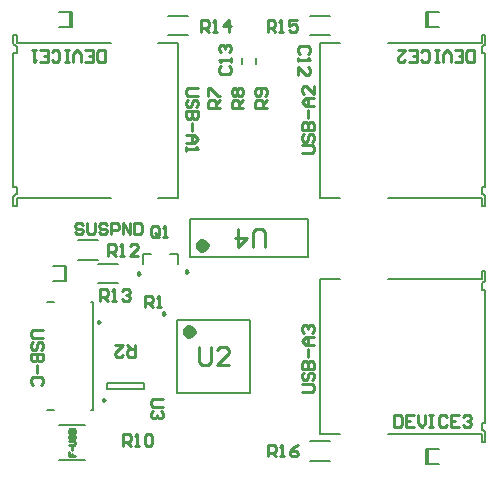
<source format=gto>
G04*
G04 #@! TF.GenerationSoftware,Altium Limited,Altium Designer,21.0.9 (235)*
G04*
G04 Layer_Color=65535*
%FSLAX25Y25*%
%MOIN*%
G70*
G04*
G04 #@! TF.SameCoordinates,DF5498ED-4C10-4E6D-B319-6E78A4A4F47C*
G04*
G04*
G04 #@! TF.FilePolarity,Positive*
G04*
G01*
G75*
%ADD10C,0.00984*%
%ADD11C,0.02362*%
%ADD12C,0.00787*%
%ADD13C,0.01000*%
%ADD14R,0.00803X0.05118*%
D10*
X30709Y24803D02*
X29970Y25229D01*
Y24377D01*
X30709Y24803D01*
X42224Y66929D02*
X41486Y67355D01*
Y66503D01*
X42224Y66929D01*
X58287Y67618D02*
X57549Y68044D01*
Y67192D01*
X58287Y67618D01*
X50787Y53642D02*
X50049Y54068D01*
Y53215D01*
X50787Y53642D01*
X29114Y50886D02*
X28376Y51312D01*
Y50460D01*
X29114Y50886D01*
D11*
X64173Y76378D02*
X63728Y77301D01*
X62729Y77529D01*
X61928Y76890D01*
Y75866D01*
X62729Y75226D01*
X63728Y75454D01*
X64173Y76378D01*
X59842Y47638D02*
X59398Y48561D01*
X58399Y48789D01*
X57597Y48150D01*
Y47125D01*
X58399Y46486D01*
X59398Y46714D01*
X59842Y47638D01*
D12*
X1Y143937D02*
X332Y143077D01*
X1181Y142717D01*
Y93504D02*
X332Y93144D01*
X1Y92283D01*
X157480D02*
X157148Y93144D01*
X156299Y93504D01*
Y142717D02*
X157148Y143077D01*
X157480Y143937D01*
Y13543D02*
X157148Y14404D01*
X156299Y14764D01*
Y63976D02*
X157148Y64336D01*
X157480Y65197D01*
X81115Y136823D02*
Y138767D01*
X76366Y136823D02*
Y138767D01*
X31299Y28543D02*
Y30512D01*
X43504Y28543D02*
Y30512D01*
X31299Y28543D02*
X43504D01*
X31299Y30512D02*
X43504D01*
X52362Y73425D02*
X54961D01*
Y70217D02*
Y73425D01*
X43465D02*
X46063D01*
X43465Y70217D02*
Y73425D01*
X28248Y70177D02*
X34941D01*
X28248Y63681D02*
X34941D01*
X21555Y78051D02*
X28248D01*
X21555Y71555D02*
X28248D01*
X17717Y64370D02*
Y69488D01*
X13386D02*
X17717D01*
X13386Y64370D02*
X17717D01*
X99016Y146358D02*
X105709D01*
X99016Y152854D02*
X105709D01*
X137795Y154134D02*
X142126D01*
X137795Y149016D02*
X142126D01*
X137795D02*
Y154134D01*
X51772Y152854D02*
X58465D01*
X51772Y146358D02*
X58465D01*
X15354Y149016D02*
X19685D01*
X15354Y154134D02*
X19685D01*
Y149016D02*
Y154134D01*
X99016Y4626D02*
X105709D01*
X99016Y11122D02*
X105709D01*
X137795Y8465D02*
X142126D01*
X137795Y3347D02*
X142126D01*
X137795D02*
Y8465D01*
X98425Y72441D02*
Y85039D01*
X59055Y72441D02*
Y85039D01*
X98425D01*
X59055Y72441D02*
X98425D01*
X15374Y4843D02*
X23996D01*
X15374Y16417D02*
X23996D01*
X54724Y27165D02*
X79134D01*
X54724Y51575D02*
X79134D01*
Y27165D02*
Y51575D01*
X54724Y27165D02*
Y51575D01*
X0Y140354D02*
X1181Y140355D01*
X0Y146653D02*
X1181D01*
Y143898D02*
Y146653D01*
X0D02*
X1Y143937D01*
X1181Y142717D02*
X1181Y140355D01*
X1181Y93504D02*
X1181Y95866D01*
X0D02*
X1181D01*
X0Y89567D02*
X1Y92283D01*
X1181Y89567D02*
Y92323D01*
X0Y89567D02*
X1181D01*
X55118Y92323D02*
Y143898D01*
X0Y95866D02*
Y140354D01*
X48425Y143898D02*
X55118D01*
X1181D02*
X32520D01*
X1181Y92323D02*
X32520D01*
X48425D02*
X55118D01*
X156299Y95866D02*
X157480Y95866D01*
X156299Y89567D02*
X157480D01*
X156299D02*
Y92323D01*
X157480Y92283D02*
X157480Y89567D01*
X156299Y95866D02*
X156299Y93504D01*
X156299Y140355D02*
X156299Y142717D01*
X156299Y140355D02*
X157480D01*
X157480Y143937D02*
X157480Y146653D01*
X156299Y143898D02*
Y146653D01*
X157480D01*
X102362Y92323D02*
Y143898D01*
X157480Y95866D02*
Y140355D01*
X102362Y92323D02*
X109055D01*
X124961D02*
X156299D01*
X124961Y143898D02*
X156299D01*
X102362D02*
X109055D01*
X26063Y57382D02*
X26516D01*
X11378D02*
X13661D01*
X26063Y21358D02*
X26516D01*
X11378D02*
X13661D01*
X26516D02*
Y57382D01*
X156299Y17126D02*
X157480Y17126D01*
X156299Y10827D02*
X157480D01*
X156299D02*
Y13583D01*
X157480Y13543D02*
X157480Y10827D01*
X156299Y17126D02*
X156299Y14764D01*
X156299Y61614D02*
X156299Y63976D01*
X156299Y61614D02*
X157480D01*
X157480Y65197D02*
X157480Y67913D01*
X156299Y65158D02*
Y67913D01*
X157480D01*
X102362Y13583D02*
Y65158D01*
X157480Y17126D02*
Y61614D01*
X102362Y13583D02*
X109055D01*
X124961D02*
X156299D01*
X124961Y65158D02*
X156299D01*
X102362D02*
X109055D01*
D13*
X49999Y25229D02*
X46720D01*
X46064Y24573D01*
Y23261D01*
X46720Y22605D01*
X49999D01*
X49343Y21293D02*
X49999Y20637D01*
Y19325D01*
X49343Y18669D01*
X48687D01*
X48031Y19325D01*
Y19981D01*
Y19325D01*
X47376Y18669D01*
X46720D01*
X46064Y19325D01*
Y20637D01*
X46720Y21293D01*
X10039Y48160D02*
X6759D01*
X6103Y47504D01*
Y46192D01*
X6759Y45536D01*
X10039D01*
X9383Y41600D02*
X10039Y42256D01*
Y43568D01*
X9383Y44224D01*
X8727D01*
X8071Y43568D01*
Y42256D01*
X7415Y41600D01*
X6759D01*
X6103Y42256D01*
Y43568D01*
X6759Y44224D01*
X10039Y40288D02*
X6103D01*
Y38320D01*
X6759Y37664D01*
X7415D01*
X8071Y38320D01*
Y40288D01*
Y38320D01*
X8727Y37664D01*
X9383D01*
X10039Y38320D01*
Y40288D01*
X8071Y36353D02*
Y33729D01*
X9383Y29793D02*
X10039Y30449D01*
Y31761D01*
X9383Y32417D01*
X6759D01*
X6103Y31761D01*
Y30449D01*
X6759Y29793D01*
X96260Y27431D02*
X99540D01*
X100196Y28087D01*
Y29399D01*
X99540Y30055D01*
X96260D01*
X96916Y33991D02*
X96260Y33335D01*
Y32023D01*
X96916Y31367D01*
X97572D01*
X98228Y32023D01*
Y33335D01*
X98884Y33991D01*
X99540D01*
X100196Y33335D01*
Y32023D01*
X99540Y31367D01*
X96260Y35303D02*
X100196D01*
Y37271D01*
X99540Y37927D01*
X98884D01*
X98228Y37271D01*
Y35303D01*
Y37271D01*
X97572Y37927D01*
X96916D01*
X96260Y37271D01*
Y35303D01*
X98228Y39239D02*
Y41862D01*
X100196Y43174D02*
X97572D01*
X96260Y44486D01*
X97572Y45798D01*
X100196D01*
X98228D01*
Y43174D01*
X96916Y47110D02*
X96260Y47766D01*
Y49078D01*
X96916Y49734D01*
X97572D01*
X98228Y49078D01*
Y48422D01*
Y49078D01*
X98884Y49734D01*
X99540D01*
X100196Y49078D01*
Y47766D01*
X99540Y47110D01*
X96260Y107057D02*
X99540D01*
X100196Y107713D01*
Y109025D01*
X99540Y109681D01*
X96260D01*
X96916Y113617D02*
X96260Y112961D01*
Y111649D01*
X96916Y110993D01*
X97572D01*
X98228Y111649D01*
Y112961D01*
X98884Y113617D01*
X99540D01*
X100196Y112961D01*
Y111649D01*
X99540Y110993D01*
X96260Y114929D02*
X100196D01*
Y116897D01*
X99540Y117553D01*
X98884D01*
X98228Y116897D01*
Y114929D01*
Y116897D01*
X97572Y117553D01*
X96916D01*
X96260Y116897D01*
Y114929D01*
X98228Y118865D02*
Y121488D01*
X100196Y122800D02*
X97572D01*
X96260Y124112D01*
X97572Y125424D01*
X100196D01*
X98228D01*
Y122800D01*
X100196Y129360D02*
Y126736D01*
X97572Y129360D01*
X96916D01*
X96260Y128704D01*
Y127392D01*
X96916Y126736D01*
X61614Y128901D02*
X58334D01*
X57678Y128245D01*
Y126933D01*
X58334Y126277D01*
X61614D01*
X60958Y122341D02*
X61614Y122997D01*
Y124309D01*
X60958Y124965D01*
X60302D01*
X59646Y124309D01*
Y122997D01*
X58990Y122341D01*
X58334D01*
X57678Y122997D01*
Y124309D01*
X58334Y124965D01*
X61614Y121029D02*
X57678D01*
Y119061D01*
X58334Y118405D01*
X58990D01*
X59646Y119061D01*
Y121029D01*
Y119061D01*
X60302Y118405D01*
X60958D01*
X61614Y119061D01*
Y121029D01*
X59646Y117094D02*
Y114470D01*
X57678Y113158D02*
X60302D01*
X61614Y111846D01*
X60302Y110534D01*
X57678D01*
X59646D01*
Y113158D01*
X57678Y109222D02*
Y107910D01*
Y108566D01*
X61614D01*
X60958Y109222D01*
X84101Y75702D02*
Y80700D01*
X83101Y81700D01*
X81102D01*
X80102Y80700D01*
Y75702D01*
X75104Y81700D02*
Y75702D01*
X78103Y78701D01*
X74104D01*
X61931Y42369D02*
Y37371D01*
X62930Y36371D01*
X64930D01*
X65930Y37371D01*
Y42369D01*
X71927Y36371D02*
X67929D01*
X71927Y40370D01*
Y41369D01*
X70928Y42369D01*
X68928D01*
X67929Y41369D01*
X23362Y83300D02*
X22706Y83956D01*
X21395D01*
X20739Y83300D01*
Y82644D01*
X21395Y81988D01*
X22706D01*
X23362Y81332D01*
Y80676D01*
X22706Y80020D01*
X21395D01*
X20739Y80676D01*
X24674Y83956D02*
Y80676D01*
X25330Y80020D01*
X26642D01*
X27298Y80676D01*
Y83956D01*
X31234Y83300D02*
X30578Y83956D01*
X29266D01*
X28610Y83300D01*
Y82644D01*
X29266Y81988D01*
X30578D01*
X31234Y81332D01*
Y80676D01*
X30578Y80020D01*
X29266D01*
X28610Y80676D01*
X32546Y80020D02*
Y83956D01*
X34514D01*
X35170Y83300D01*
Y81988D01*
X34514Y81332D01*
X32546D01*
X36481Y80020D02*
Y83956D01*
X39105Y80020D01*
Y83956D01*
X40417D02*
Y80020D01*
X42385D01*
X43041Y80676D01*
Y83300D01*
X42385Y83956D01*
X40417D01*
X85041Y6005D02*
Y9940D01*
X87009D01*
X87665Y9284D01*
Y7972D01*
X87009Y7316D01*
X85041D01*
X86353D02*
X87665Y6005D01*
X88977D02*
X90289D01*
X89633D01*
Y9940D01*
X88977Y9284D01*
X94880Y9940D02*
X93568Y9284D01*
X92256Y7972D01*
Y6661D01*
X92912Y6005D01*
X94224D01*
X94880Y6661D01*
Y7316D01*
X94224Y7972D01*
X92256D01*
X84844Y147540D02*
Y151476D01*
X86812D01*
X87468Y150820D01*
Y149508D01*
X86812Y148852D01*
X84844D01*
X86156D02*
X87468Y147540D01*
X88780D02*
X90092D01*
X89436D01*
Y151476D01*
X88780Y150820D01*
X94683Y151476D02*
X92060D01*
Y149508D01*
X93371Y150164D01*
X94028D01*
X94683Y149508D01*
Y148196D01*
X94028Y147540D01*
X92716D01*
X92060Y148196D01*
X62698Y147638D02*
Y151574D01*
X64666D01*
X65322Y150918D01*
Y149606D01*
X64666Y148950D01*
X62698D01*
X64010D02*
X65322Y147638D01*
X66634D02*
X67946D01*
X67290D01*
Y151574D01*
X66634Y150918D01*
X71882Y147638D02*
Y151574D01*
X69914Y149606D01*
X72538D01*
X29037Y57776D02*
Y61712D01*
X31005D01*
X31661Y61056D01*
Y59744D01*
X31005Y59088D01*
X29037D01*
X30349D02*
X31661Y57776D01*
X32973D02*
X34285D01*
X33629D01*
Y61712D01*
X32973Y61056D01*
X36252D02*
X36909Y61712D01*
X38220D01*
X38876Y61056D01*
Y60400D01*
X38220Y59744D01*
X37564D01*
X38220D01*
X38876Y59088D01*
Y58432D01*
X38220Y57776D01*
X36909D01*
X36252Y58432D01*
X31694Y72934D02*
Y76869D01*
X33662D01*
X34318Y76214D01*
Y74902D01*
X33662Y74246D01*
X31694D01*
X33006D02*
X34318Y72934D01*
X35630D02*
X36942D01*
X36286D01*
Y76869D01*
X35630Y76214D01*
X41534Y72934D02*
X38910D01*
X41534Y75558D01*
Y76214D01*
X40878Y76869D01*
X39566D01*
X38910Y76214D01*
X36616Y9646D02*
Y13582D01*
X38584D01*
X39240Y12926D01*
Y11614D01*
X38584Y10958D01*
X36616D01*
X37928D02*
X39240Y9646D01*
X40551D02*
X41863D01*
X41208D01*
Y13582D01*
X40551Y12926D01*
X43831D02*
X44487Y13582D01*
X45799D01*
X46455Y12926D01*
Y10302D01*
X45799Y9646D01*
X44487D01*
X43831Y10302D01*
Y12926D01*
X84743Y122114D02*
X80808D01*
Y124082D01*
X81464Y124738D01*
X82776D01*
X83432Y124082D01*
Y122114D01*
Y123426D02*
X84743Y124738D01*
X84088Y126050D02*
X84743Y126706D01*
Y128017D01*
X84088Y128674D01*
X81464D01*
X80808Y128017D01*
Y126706D01*
X81464Y126050D01*
X82120D01*
X82776Y126706D01*
Y128674D01*
X76771Y122114D02*
X72835D01*
Y124082D01*
X73491Y124738D01*
X74803D01*
X75459Y124082D01*
Y122114D01*
Y123426D02*
X76771Y124738D01*
X73491Y126050D02*
X72835Y126706D01*
Y128017D01*
X73491Y128674D01*
X74147D01*
X74803Y128017D01*
X75459Y128674D01*
X76115D01*
X76771Y128017D01*
Y126706D01*
X76115Y126050D01*
X75459D01*
X74803Y126706D01*
X74147Y126050D01*
X73491D01*
X74803Y126706D02*
Y128017D01*
X68995Y122212D02*
X65060D01*
Y124180D01*
X65716Y124836D01*
X67027D01*
X67684Y124180D01*
Y122212D01*
Y123524D02*
X68995Y124836D01*
X65060Y126148D02*
Y128772D01*
X65716D01*
X68339Y126148D01*
X68995D01*
X40583Y43110D02*
Y39174D01*
X38615D01*
X37959Y39830D01*
Y41142D01*
X38615Y41798D01*
X40583D01*
X39271D02*
X37959Y43110D01*
X34023D02*
X36647D01*
X34023Y40486D01*
Y39830D01*
X34679Y39174D01*
X35991D01*
X36647Y39830D01*
X44030Y55709D02*
Y59645D01*
X45998D01*
X46654Y58989D01*
Y57677D01*
X45998Y57021D01*
X44030D01*
X45342D02*
X46654Y55709D01*
X47965D02*
X49277D01*
X48621D01*
Y59645D01*
X47965Y58989D01*
X48524Y79692D02*
Y82316D01*
X47868Y82972D01*
X46556D01*
X45900Y82316D01*
Y79692D01*
X46556Y79036D01*
X47868D01*
X47212Y80348D02*
X48524Y79036D01*
X47868D02*
X48524Y79692D01*
X49836Y79036D02*
X51148D01*
X50491D01*
Y82972D01*
X49836Y82316D01*
X18701Y7350D02*
Y6038D01*
X19685D01*
Y6694D01*
Y6038D01*
X20669D01*
X19685Y8006D02*
Y9318D01*
X18701Y9974D02*
X20341D01*
X20669Y10302D01*
Y10958D01*
X20341Y11286D01*
X18701D01*
X19029Y13254D02*
X18701Y12926D01*
Y12270D01*
X19029Y11942D01*
X19357D01*
X19685Y12270D01*
Y12926D01*
X20013Y13254D01*
X20341D01*
X20669Y12926D01*
Y12270D01*
X20341Y11942D01*
X18701Y13910D02*
X20669D01*
Y14894D01*
X20341Y15222D01*
X20013D01*
X19685Y14894D01*
Y13910D01*
Y14894D01*
X19357Y15222D01*
X19029D01*
X18701Y14894D01*
Y13910D01*
X126973Y19881D02*
Y15946D01*
X128940D01*
X129596Y16601D01*
Y19225D01*
X128940Y19881D01*
X126973D01*
X133532D02*
X130908D01*
Y15946D01*
X133532D01*
X130908Y17913D02*
X132220D01*
X134844Y19881D02*
Y17257D01*
X136156Y15946D01*
X137468Y17257D01*
Y19881D01*
X138780D02*
X140092D01*
X139436D01*
Y15946D01*
X138780D01*
X140092D01*
X144683Y19225D02*
X144027Y19881D01*
X142716D01*
X142060Y19225D01*
Y16601D01*
X142716Y15946D01*
X144027D01*
X144683Y16601D01*
X148619Y19881D02*
X145995D01*
Y15946D01*
X148619D01*
X145995Y17913D02*
X147307D01*
X149931Y19225D02*
X150587Y19881D01*
X151899D01*
X152555Y19225D01*
Y18569D01*
X151899Y17913D01*
X151243D01*
X151899D01*
X152555Y17257D01*
Y16601D01*
X151899Y15946D01*
X150587D01*
X149931Y16601D01*
X153736Y137501D02*
Y141436D01*
X151768D01*
X151112Y140780D01*
Y138157D01*
X151768Y137501D01*
X153736D01*
X147176D02*
X149800D01*
Y141436D01*
X147176D01*
X149800Y139469D02*
X148488D01*
X145864Y137501D02*
Y140124D01*
X144553Y141436D01*
X143241Y140124D01*
Y137501D01*
X141929D02*
X140617D01*
X141273D01*
Y141436D01*
X141929D01*
X140617D01*
X136025Y138157D02*
X136681Y137501D01*
X137993D01*
X138649Y138157D01*
Y140780D01*
X137993Y141436D01*
X136681D01*
X136025Y140780D01*
X132089Y137501D02*
X134713D01*
Y141436D01*
X132089D01*
X134713Y139469D02*
X133401D01*
X128154Y141436D02*
X130778D01*
X128154Y138812D01*
Y138157D01*
X128810Y137501D01*
X130122D01*
X130778Y138157D01*
X30541Y137599D02*
Y141535D01*
X28573D01*
X27917Y140879D01*
Y138255D01*
X28573Y137599D01*
X30541D01*
X23981D02*
X26605D01*
Y141535D01*
X23981D01*
X26605Y139567D02*
X25293D01*
X22669Y137599D02*
Y140223D01*
X21357Y141535D01*
X20045Y140223D01*
Y137599D01*
X18733D02*
X17422D01*
X18078D01*
Y141535D01*
X18733D01*
X17422D01*
X12830Y138255D02*
X13486Y137599D01*
X14798D01*
X15454Y138255D01*
Y140879D01*
X14798Y141535D01*
X13486D01*
X12830Y140879D01*
X8894Y137599D02*
X11518D01*
Y141535D01*
X8894D01*
X11518Y139567D02*
X10206D01*
X7582Y141535D02*
X6270D01*
X6926D01*
Y137599D01*
X7582Y138255D01*
X69259Y136090D02*
X68603Y135434D01*
Y134122D01*
X69259Y133466D01*
X71883D01*
X72539Y134122D01*
Y135434D01*
X71883Y136090D01*
X72539Y137402D02*
Y138714D01*
Y138058D01*
X68603D01*
X69259Y137402D01*
Y140682D02*
X68603Y141338D01*
Y142649D01*
X69259Y143306D01*
X69915D01*
X70571Y142649D01*
Y141994D01*
Y142649D01*
X71227Y143306D01*
X71883D01*
X72539Y142649D01*
Y141338D01*
X71883Y140682D01*
X98162Y140288D02*
X98818Y140944D01*
Y142256D01*
X98162Y142912D01*
X95539D01*
X94883Y142256D01*
Y140944D01*
X95539Y140288D01*
X94883Y138976D02*
Y137664D01*
Y138320D01*
X98818D01*
X98162Y138976D01*
X94883Y133072D02*
Y135696D01*
X97506Y133072D01*
X98162D01*
X98818Y133728D01*
Y135040D01*
X98162Y135696D01*
D14*
X17150Y66988D02*
D03*
X138362Y151516D02*
D03*
X19118Y151634D02*
D03*
X138362Y5847D02*
D03*
M02*

</source>
